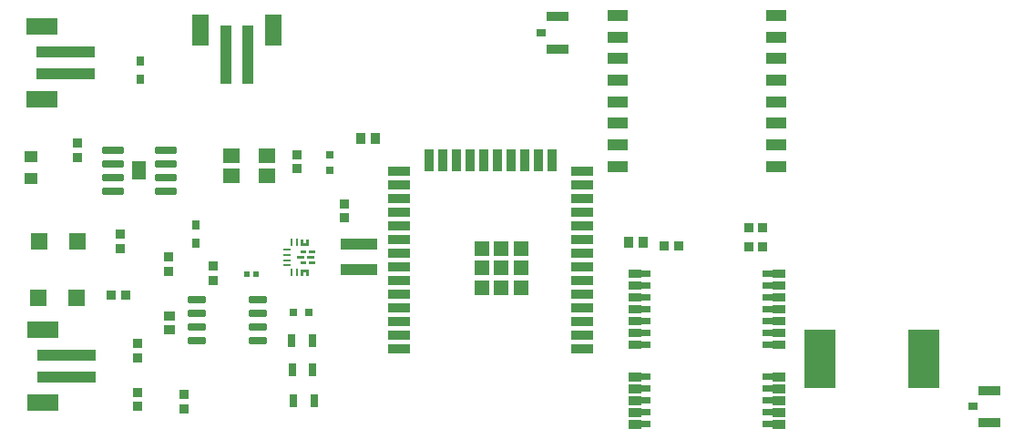
<source format=gbr>
%TF.GenerationSoftware,Altium Limited,Altium Designer,25.5.2 (35)*%
G04 Layer_Color=8421504*
%FSLAX45Y45*%
%MOMM*%
%TF.SameCoordinates,7619EFF6-2C7F-40E5-9203-650E7B3F98D6*%
%TF.FilePolarity,Positive*%
%TF.FileFunction,Paste,Top*%
%TF.Part,Single*%
G01*
G75*
%TA.AperFunction,BGAPad,CuDef*%
%ADD11R,1.33000X1.33000*%
%TA.AperFunction,SMDPad,CuDef*%
%ADD12R,0.90000X2.00000*%
%ADD13R,2.00000X0.90000*%
G04:AMPARAMS|DCode=14|XSize=0.65mm|YSize=1.65mm|CornerRadius=0.04875mm|HoleSize=0mm|Usage=FLASHONLY|Rotation=90.000|XOffset=0mm|YOffset=0mm|HoleType=Round|Shape=RoundedRectangle|*
%AMROUNDEDRECTD14*
21,1,0.65000,1.55250,0,0,90.0*
21,1,0.55250,1.65000,0,0,90.0*
1,1,0.09750,0.77625,0.27625*
1,1,0.09750,0.77625,-0.27625*
1,1,0.09750,-0.77625,-0.27625*
1,1,0.09750,-0.77625,0.27625*
%
%ADD14ROUNDEDRECTD14*%
%ADD15R,1.00000X0.90000*%
%ADD16R,1.95000X1.05000*%
%ADD18R,0.70000X0.70000*%
%TA.AperFunction,ConnectorPad*%
%ADD20R,1.00000X5.50000*%
%TA.AperFunction,SMDPad,CuDef*%
%ADD21R,1.55620X1.45464*%
G04:AMPARAMS|DCode=22|XSize=1.97mm|YSize=0.6mm|CornerRadius=0.075mm|HoleSize=0mm|Usage=FLASHONLY|Rotation=0.000|XOffset=0mm|YOffset=0mm|HoleType=Round|Shape=RoundedRectangle|*
%AMROUNDEDRECTD22*
21,1,1.97000,0.45000,0,0,0.0*
21,1,1.82000,0.60000,0,0,0.0*
1,1,0.15000,0.91000,-0.22500*
1,1,0.15000,-0.91000,-0.22500*
1,1,0.15000,-0.91000,0.22500*
1,1,0.15000,0.91000,0.22500*
%
%ADD22ROUNDEDRECTD22*%
%ADD23R,5.50000X1.00000*%
%ADD24R,0.95000X0.85000*%
%ADD25R,1.20000X1.00000*%
%TA.AperFunction,SMDPad,SMDef*%
G04:AMPARAMS|DCode=26|XSize=0.25mm|YSize=0.6mm|CornerRadius=0.05mm|HoleSize=0mm|Usage=FLASHONLY|Rotation=0.000|XOffset=0mm|YOffset=0mm|HoleType=Round|Shape=RoundedRectangle|*
%AMROUNDEDRECTD26*
21,1,0.25000,0.50000,0,0,0.0*
21,1,0.15000,0.60000,0,0,0.0*
1,1,0.10000,0.07500,-0.25000*
1,1,0.10000,-0.07500,-0.25000*
1,1,0.10000,-0.07500,0.25000*
1,1,0.10000,0.07500,0.25000*
%
%ADD26ROUNDEDRECTD26*%
%TA.AperFunction,SMDPad,CuDef*%
%ADD28R,0.70000X0.70000*%
%ADD29R,0.70000X1.30000*%
%TA.AperFunction,SMDPad,SMDef*%
G04:AMPARAMS|DCode=30|XSize=0.6mm|YSize=0.25mm|CornerRadius=0.05mm|HoleSize=0mm|Usage=FLASHONLY|Rotation=0.000|XOffset=0mm|YOffset=0mm|HoleType=Round|Shape=RoundedRectangle|*
%AMROUNDEDRECTD30*
21,1,0.60000,0.15000,0,0,0.0*
21,1,0.50000,0.25000,0,0,0.0*
1,1,0.10000,0.25000,-0.07500*
1,1,0.10000,-0.25000,-0.07500*
1,1,0.10000,-0.25000,0.07500*
1,1,0.10000,0.25000,0.07500*
%
%ADD30ROUNDEDRECTD30*%
%TA.AperFunction,SMDPad,CuDef*%
%ADD31R,0.61535X0.57247*%
%ADD32R,0.90000X1.00000*%
%ADD33R,0.85000X0.95000*%
%ADD35R,0.80000X0.90000*%
%ADD36R,3.40000X0.98000*%
%ADD39R,3.00000X1.60000*%
%ADD40R,2.90000X5.40000*%
%TA.AperFunction,ConnectorPad*%
%ADD41R,1.60000X3.00000*%
%TA.AperFunction,SMDPad,CuDef*%
%ADD42R,1.50000X1.60000*%
%TA.AperFunction,NonConductor*%
%ADD79R,0.85000X0.80000*%
%ADD80R,2.00000X0.90000*%
G36*
X1286291Y2390484D02*
X1157291D01*
Y2554484D01*
X1286291D01*
Y2390484D01*
D02*
G37*
G36*
X2779818Y1833742D02*
X2794818Y1833741D01*
X2795812D01*
X2797650Y1832980D01*
X2799056Y1831574D01*
X2799817Y1829736D01*
Y1828742D01*
X2799818D01*
X2799817Y1778741D01*
Y1777747D01*
X2799056Y1775909D01*
X2797650Y1774503D01*
X2795812Y1773742D01*
X2794818D01*
X2794818Y1773741D01*
X2729818Y1773742D01*
X2728823Y1773741D01*
X2726985Y1774503D01*
X2725579Y1775909D01*
X2724818Y1777747D01*
X2724818Y1778741D01*
Y1778742D01*
X2724818Y1828742D01*
X2724817Y1829736D01*
X2725578Y1831574D01*
X2726985Y1832981D01*
X2728823Y1833742D01*
X2729818Y1833742D01*
X2744818Y1833741D01*
X2745812D01*
X2747650Y1832980D01*
X2749056Y1831574D01*
X2749817Y1829736D01*
Y1828742D01*
X2749818D01*
Y1798742D01*
X2774818D01*
Y1828742D01*
X2774818Y1829736D01*
X2775579Y1831574D01*
X2776986Y1832981D01*
X2778823Y1833742D01*
X2779818Y1833742D01*
D02*
G37*
G36*
X2852700Y1725480D02*
X2854107Y1724074D01*
X2854868Y1722236D01*
Y1721242D01*
Y1706242D01*
Y1705247D01*
X2854107Y1703409D01*
X2852700Y1702003D01*
X2850862Y1701242D01*
X2801373D01*
X2799536Y1702003D01*
X2798129Y1703409D01*
X2797368Y1705247D01*
Y1706242D01*
Y1721242D01*
Y1722236D01*
X2798129Y1724074D01*
X2799536Y1725480D01*
X2801373Y1726242D01*
X2850862D01*
X2852700Y1725480D01*
D02*
G37*
G36*
X2775200D02*
X2776607Y1724074D01*
X2777368Y1722236D01*
Y1721242D01*
Y1706242D01*
Y1705247D01*
X2776607Y1703409D01*
X2775200Y1702003D01*
X2773362Y1701242D01*
X2723873D01*
X2722036Y1702003D01*
X2720629Y1703409D01*
X2719868Y1705247D01*
Y1706242D01*
Y1721242D01*
Y1722236D01*
X2720629Y1724074D01*
X2722036Y1725480D01*
X2723873Y1726242D01*
X2773362D01*
X2775200Y1725480D01*
D02*
G37*
G36*
X2849650Y1675481D02*
X2851057Y1674074D01*
X2851818Y1672236D01*
Y1671242D01*
Y1656242D01*
Y1655247D01*
X2851057Y1653409D01*
X2849650Y1652003D01*
X2847812Y1651242D01*
X2783823D01*
X2781986Y1652003D01*
X2780579Y1653409D01*
X2779818Y1655247D01*
Y1656242D01*
Y1671242D01*
Y1672236D01*
X2780579Y1674074D01*
X2781986Y1675481D01*
X2783823Y1676242D01*
X2847812D01*
X2849650Y1675481D01*
D02*
G37*
G36*
X2757650D02*
X2759057Y1674074D01*
X2759818Y1672236D01*
Y1671242D01*
Y1656242D01*
Y1655247D01*
X2759057Y1653409D01*
X2757650Y1652003D01*
X2755812Y1651242D01*
X2691823D01*
X2689986Y1652003D01*
X2688579Y1653409D01*
X2687818Y1655247D01*
Y1656242D01*
Y1671242D01*
Y1672236D01*
X2688579Y1674074D01*
X2689986Y1675481D01*
X2691823Y1676242D01*
X2755812D01*
X2757650Y1675481D01*
D02*
G37*
G36*
X2852700Y1625480D02*
X2854107Y1624074D01*
X2854868Y1622236D01*
Y1621242D01*
Y1606242D01*
Y1605247D01*
X2854107Y1603409D01*
X2852700Y1602003D01*
X2850862Y1601242D01*
X2801373D01*
X2799536Y1602003D01*
X2798129Y1603409D01*
X2797368Y1605247D01*
Y1606242D01*
Y1621242D01*
Y1622236D01*
X2798129Y1624074D01*
X2799536Y1625480D01*
X2801373Y1626242D01*
X2850862D01*
X2852700Y1625480D01*
D02*
G37*
G36*
X2775200D02*
X2776607Y1624074D01*
X2777368Y1622236D01*
Y1621242D01*
Y1606242D01*
Y1605247D01*
X2776607Y1603409D01*
X2775200Y1602003D01*
X2773362Y1601242D01*
X2723873D01*
X2722036Y1602003D01*
X2720629Y1603409D01*
X2719868Y1605247D01*
Y1606242D01*
Y1621242D01*
Y1622236D01*
X2720629Y1624074D01*
X2722036Y1625480D01*
X2723873Y1626242D01*
X2773362D01*
X2775200Y1625480D01*
D02*
G37*
G36*
X2797650Y1552981D02*
X2799057Y1551574D01*
X2799818Y1549736D01*
X2799818Y1548742D01*
X2799818Y1498742D01*
X2799818Y1498741D01*
X2799818Y1497747D01*
X2799057Y1495909D01*
X2797650Y1494503D01*
X2795812Y1493741D01*
X2794818Y1493742D01*
X2779818D01*
Y1493741D01*
X2778823Y1493741D01*
X2776986Y1494502D01*
X2775579Y1495909D01*
X2774818Y1497747D01*
X2774818Y1498741D01*
Y1528742D01*
X2749818D01*
X2749817Y1498742D01*
X2749817Y1498741D01*
Y1497747D01*
X2749056Y1495910D01*
X2747650Y1494503D01*
X2745812Y1493742D01*
X2729818D01*
X2729818Y1493741D01*
X2728823Y1493741D01*
X2726985Y1494502D01*
X2725578Y1495909D01*
X2724817Y1497747D01*
X2724818Y1498741D01*
X2724818Y1548742D01*
X2724818Y1549736D01*
X2725578Y1551574D01*
X2726985Y1552981D01*
X2728823Y1553742D01*
X2729818Y1553741D01*
X2794818Y1553742D01*
Y1553742D01*
X2795812Y1553742D01*
X2797650Y1552981D01*
D02*
G37*
G36*
X7227966Y1472997D02*
X7107966D01*
Y1482997D01*
X7017966D01*
Y1542997D01*
X7107966D01*
Y1552997D01*
X7227966D01*
Y1472997D01*
D02*
G37*
G36*
X5887966Y1542997D02*
X5977966D01*
Y1482997D01*
X5887966D01*
Y1472997D01*
X5767966D01*
Y1552997D01*
X5887966D01*
Y1542997D01*
D02*
G37*
G36*
X7227966Y1362997D02*
X7107966D01*
Y1372997D01*
X7017966D01*
Y1432997D01*
X7107966D01*
Y1442997D01*
X7227966D01*
Y1362997D01*
D02*
G37*
G36*
X5887966Y1432997D02*
X5977966D01*
Y1372997D01*
X5887966D01*
Y1362997D01*
X5767966D01*
Y1442997D01*
X5887966D01*
Y1432997D01*
D02*
G37*
G36*
X7227966Y1252997D02*
X7107966D01*
Y1262997D01*
X7017966D01*
Y1322997D01*
X7107966D01*
Y1332997D01*
X7227966D01*
Y1252997D01*
D02*
G37*
G36*
X5887966Y1322997D02*
X5977966D01*
Y1262997D01*
X5887966D01*
Y1252997D01*
X5767966D01*
Y1332997D01*
X5887966D01*
Y1322997D01*
D02*
G37*
G36*
X7227966Y1142997D02*
X7107966D01*
Y1152997D01*
X7017966D01*
Y1212997D01*
X7107966D01*
Y1222997D01*
X7227966D01*
Y1142997D01*
D02*
G37*
G36*
X5887966Y1212997D02*
X5977966D01*
Y1152997D01*
X5887966D01*
Y1142997D01*
X5767966D01*
Y1222997D01*
X5887966D01*
Y1212997D01*
D02*
G37*
G36*
X7227966Y1032997D02*
X7107966D01*
Y1042997D01*
X7017966D01*
Y1102997D01*
X7107966D01*
Y1112997D01*
X7227966D01*
Y1032997D01*
D02*
G37*
G36*
X5887966Y1102997D02*
X5977966D01*
Y1042997D01*
X5887966D01*
Y1032997D01*
X5767966D01*
Y1112997D01*
X5887966D01*
Y1102997D01*
D02*
G37*
G36*
X7227966Y922997D02*
X7107966D01*
Y932997D01*
X7017966D01*
Y992997D01*
X7107966D01*
Y1002997D01*
X7227966D01*
Y922997D01*
D02*
G37*
G36*
X5887966Y992997D02*
X5977966D01*
Y932997D01*
X5887966D01*
Y922997D01*
X5767966D01*
Y1002997D01*
X5887966D01*
Y992997D01*
D02*
G37*
G36*
X7227966Y812997D02*
X7107966D01*
Y822997D01*
X7017966D01*
Y882997D01*
X7107966D01*
Y892997D01*
X7227966D01*
Y812997D01*
D02*
G37*
G36*
X5887966Y882997D02*
X5977966D01*
Y822997D01*
X5887966D01*
Y812997D01*
X5767966D01*
Y892997D01*
X5887966D01*
Y882997D01*
D02*
G37*
G36*
X7227966Y512997D02*
X7107966D01*
Y522997D01*
X7017966D01*
Y582997D01*
X7107966D01*
Y592997D01*
X7227966D01*
Y512997D01*
D02*
G37*
G36*
X5887966Y582997D02*
X5977966D01*
Y522997D01*
X5887966D01*
Y512997D01*
X5767966D01*
Y592997D01*
X5887966D01*
Y582997D01*
D02*
G37*
G36*
X7227966Y402997D02*
X7107966D01*
Y412997D01*
X7017966D01*
Y472997D01*
X7107966D01*
Y482997D01*
X7227966D01*
Y402997D01*
D02*
G37*
G36*
X5887966Y472997D02*
X5977966D01*
Y412997D01*
X5887966D01*
Y402997D01*
X5767966D01*
Y482997D01*
X5887966D01*
Y472997D01*
D02*
G37*
G36*
X7227966Y292997D02*
X7107966D01*
Y302997D01*
X7017966D01*
Y362997D01*
X7107966D01*
Y372997D01*
X7227966D01*
Y292997D01*
D02*
G37*
G36*
X5887966Y362997D02*
X5977966D01*
Y302997D01*
X5887966D01*
Y292997D01*
X5767966D01*
Y372997D01*
X5887966D01*
Y362997D01*
D02*
G37*
G36*
X7227966Y182997D02*
X7107966D01*
Y192997D01*
X7017966D01*
Y252997D01*
X7107966D01*
Y262997D01*
X7227966D01*
Y182997D01*
D02*
G37*
G36*
X5887966Y252997D02*
X5977966D01*
Y192997D01*
X5887966D01*
Y182997D01*
X5767966D01*
Y262997D01*
X5887966D01*
Y252997D01*
D02*
G37*
G36*
X7227966Y72997D02*
X7107966D01*
Y82997D01*
X7017966D01*
Y142997D01*
X7107966D01*
Y152997D01*
X7227966D01*
Y72997D01*
D02*
G37*
G36*
X5887966Y142997D02*
X5977966D01*
Y82997D01*
X5887966D01*
Y72997D01*
X5767966D01*
Y152997D01*
X5887966D01*
Y142997D01*
D02*
G37*
D11*
X4405689Y1749390D02*
D03*
X4589189D02*
D03*
X4772689D02*
D03*
X4405689Y1565890D02*
D03*
X4589189D02*
D03*
X4772689D02*
D03*
X4405689Y1382390D02*
D03*
X4589189D02*
D03*
X4772689D02*
D03*
D12*
X3917689Y2566890D02*
D03*
X4044689D02*
D03*
X4171689D02*
D03*
X4298689D02*
D03*
X4425689D02*
D03*
X4552689D02*
D03*
X4679689D02*
D03*
X4806689D02*
D03*
X4933689D02*
D03*
X5060689D02*
D03*
D13*
X3639189Y815890D02*
D03*
Y942890D02*
D03*
Y1069890D02*
D03*
Y1196890D02*
D03*
Y1323890D02*
D03*
Y1450890D02*
D03*
Y1577890D02*
D03*
Y1704890D02*
D03*
Y1831890D02*
D03*
Y1958890D02*
D03*
Y2085890D02*
D03*
Y2212890D02*
D03*
Y2339890D02*
D03*
Y2466890D02*
D03*
X5339189D02*
D03*
Y2339890D02*
D03*
Y2212890D02*
D03*
Y2085890D02*
D03*
Y1958890D02*
D03*
Y1831890D02*
D03*
Y1704890D02*
D03*
Y1577890D02*
D03*
Y1450890D02*
D03*
Y1323890D02*
D03*
Y1196890D02*
D03*
Y1069890D02*
D03*
Y942890D02*
D03*
Y815890D02*
D03*
D14*
X1756970Y1267142D02*
D03*
Y886142D02*
D03*
X2321970Y1267142D02*
D03*
Y886142D02*
D03*
Y1013142D02*
D03*
Y1140142D02*
D03*
X1756970Y1013142D02*
D03*
Y1140142D02*
D03*
D15*
X1499752Y1122657D02*
D03*
Y987657D02*
D03*
D16*
X5665394Y3510792D02*
D03*
Y2910792D02*
D03*
Y3910792D02*
D03*
X7145394Y2710792D02*
D03*
X5665394Y2510792D02*
D03*
X7145394Y3510792D02*
D03*
X5665394Y3110792D02*
D03*
Y3310792D02*
D03*
X7145394D02*
D03*
X5665394Y3710792D02*
D03*
Y2710792D02*
D03*
X7145394Y2510792D02*
D03*
Y2910792D02*
D03*
Y3110792D02*
D03*
Y3710792D02*
D03*
Y3910792D02*
D03*
D18*
X2994840Y2474613D02*
D03*
Y2614614D02*
D03*
D20*
X2228636Y3550217D02*
D03*
X2028636D02*
D03*
D21*
X2406788Y2425011D02*
D03*
X2074922Y2419639D02*
D03*
X2406788Y2610168D02*
D03*
X2074922Y2604795D02*
D03*
D22*
X974291Y2662984D02*
D03*
Y2408984D02*
D03*
X1469291Y2662984D02*
D03*
X974291Y2535984D02*
D03*
Y2281984D02*
D03*
X1469291D02*
D03*
Y2408984D02*
D03*
Y2535984D02*
D03*
D23*
X539391Y3570828D02*
D03*
X549235Y555251D02*
D03*
X539391Y3370827D02*
D03*
X549235Y755251D02*
D03*
D24*
X647916Y2724064D02*
D03*
X1492927Y1534928D02*
D03*
X1642133Y256745D02*
D03*
X3127578Y2163065D02*
D03*
Y2033065D02*
D03*
X1913044Y1451954D02*
D03*
X1209810Y279119D02*
D03*
X1913044Y1581954D02*
D03*
X1042355Y1878420D02*
D03*
Y1748420D02*
D03*
X1209810Y409119D02*
D03*
X1492927Y1664928D02*
D03*
X1208518Y863429D02*
D03*
Y733429D02*
D03*
X1642133Y386745D02*
D03*
X647916Y2594064D02*
D03*
X2688248Y2487068D02*
D03*
Y2617068D02*
D03*
D25*
X215389Y2598157D02*
D03*
Y2398157D02*
D03*
D26*
X2637318Y1803742D02*
D03*
Y1523742D02*
D03*
X2687318D02*
D03*
Y1803742D02*
D03*
D28*
X2794588Y1152530D02*
D03*
X2654588D02*
D03*
D29*
X2833294Y618362D02*
D03*
X2849108Y332770D02*
D03*
X2828465Y886350D02*
D03*
X2638465D02*
D03*
X2643293Y618362D02*
D03*
X2659107Y332770D02*
D03*
D30*
X2594818Y1588742D02*
D03*
Y1738742D02*
D03*
Y1688742D02*
D03*
Y1638742D02*
D03*
D31*
X2310572Y1509684D02*
D03*
X2224859D02*
D03*
D32*
X3419581Y2767191D02*
D03*
X3284581D02*
D03*
X5772816Y1801701D02*
D03*
X5907816D02*
D03*
D33*
X6885615Y1943695D02*
D03*
X6886061Y1761384D02*
D03*
X6104903Y1769787D02*
D03*
X6234903D02*
D03*
X965653Y1315627D02*
D03*
X1095653D02*
D03*
X7016061Y1761384D02*
D03*
X7015615Y1943695D02*
D03*
D35*
X1745824Y1965242D02*
D03*
X1232807Y3319007D02*
D03*
Y3489008D02*
D03*
X1745824Y1795242D02*
D03*
D36*
X3264609Y1553953D02*
D03*
Y1790952D02*
D03*
D39*
X314391Y3810828D02*
D03*
Y3130827D02*
D03*
X324235Y995252D02*
D03*
Y315251D02*
D03*
D40*
X7547640Y719383D02*
D03*
X8517640D02*
D03*
D41*
X2468636Y3775217D02*
D03*
X1788635D02*
D03*
D42*
X280925Y1290952D02*
D03*
X640925D02*
D03*
X290129Y1811151D02*
D03*
X650129D02*
D03*
D79*
X8971127Y278384D02*
D03*
X4958524Y3752974D02*
D03*
D80*
X9123603Y428357D02*
D03*
Y128357D02*
D03*
X5111025Y3902947D02*
D03*
X5111024Y3602947D02*
D03*
%TF.MD5,11fefa75d99d7d1cbd851ab16ea566c3*%
M02*

</source>
